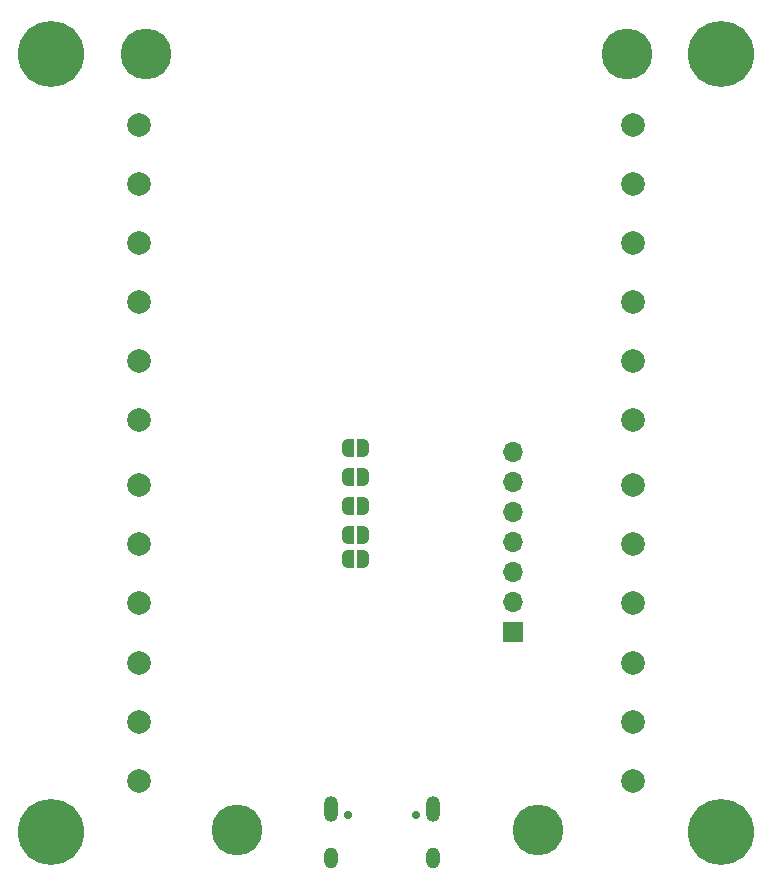
<source format=gbr>
%TF.GenerationSoftware,KiCad,Pcbnew,(6.0.6-0)*%
%TF.CreationDate,2022-09-10T13:43:16-07:00*%
%TF.ProjectId,GlowCore,476c6f77-436f-4726-952e-6b696361645f,rev?*%
%TF.SameCoordinates,Original*%
%TF.FileFunction,Soldermask,Bot*%
%TF.FilePolarity,Negative*%
%FSLAX46Y46*%
G04 Gerber Fmt 4.6, Leading zero omitted, Abs format (unit mm)*
G04 Created by KiCad (PCBNEW (6.0.6-0)) date 2022-09-10 13:43:16*
%MOMM*%
%LPD*%
G01*
G04 APERTURE LIST*
G04 Aperture macros list*
%AMFreePoly0*
4,1,22,0.500000,-0.750000,0.000000,-0.750000,0.000000,-0.745033,-0.079941,-0.743568,-0.215256,-0.701293,-0.333266,-0.622738,-0.424486,-0.514219,-0.481581,-0.384460,-0.499164,-0.250000,-0.500000,-0.250000,-0.500000,0.250000,-0.499164,0.250000,-0.499963,0.256109,-0.478152,0.396186,-0.417904,0.524511,-0.324060,0.630769,-0.204165,0.706417,-0.067858,0.745374,0.000000,0.744959,0.000000,0.750000,
0.500000,0.750000,0.500000,-0.750000,0.500000,-0.750000,$1*%
%AMFreePoly1*
4,1,20,0.000000,0.744959,0.073905,0.744508,0.209726,0.703889,0.328688,0.626782,0.421226,0.519385,0.479903,0.390333,0.500000,0.250000,0.500000,-0.250000,0.499851,-0.262216,0.476331,-0.402017,0.414519,-0.529596,0.319384,-0.634700,0.198574,-0.708877,0.061801,-0.746166,0.000000,-0.745033,0.000000,-0.750000,-0.500000,-0.750000,-0.500000,0.750000,0.000000,0.750000,0.000000,0.744959,
0.000000,0.744959,$1*%
G04 Aperture macros list end*
%ADD10C,2.000000*%
%ADD11C,4.300000*%
%ADD12C,5.600000*%
%ADD13C,0.700025*%
%ADD14O,1.200000X2.200000*%
%ADD15O,1.200000X1.800000*%
%ADD16R,1.700000X1.700000*%
%ADD17O,1.700000X1.700000*%
%ADD18FreePoly0,180.000000*%
%ADD19FreePoly1,180.000000*%
%ADD20FreePoly0,0.000000*%
%ADD21FreePoly1,0.000000*%
G04 APERTURE END LIST*
D10*
%TO.C,P2*%
X123750451Y-104450000D03*
X123750451Y-109451270D03*
X123750451Y-114450000D03*
X123750451Y-119451270D03*
X123750451Y-124450000D03*
X123750451Y-129451270D03*
%TD*%
D11*
%TO.C,U30*%
X157460000Y-133640000D03*
%TD*%
D12*
%TO.C,H4*%
X116300000Y-133761200D03*
%TD*%
D11*
%TO.C,U33*%
X131969970Y-133640000D03*
%TD*%
D10*
%TO.C,P1*%
X123750451Y-73900000D03*
X123750451Y-78901270D03*
X123750451Y-83900000D03*
X123750451Y-88901270D03*
X123750451Y-93900000D03*
X123750451Y-98901270D03*
%TD*%
D12*
%TO.C,H2*%
X172987800Y-67900000D03*
%TD*%
%TO.C,H1*%
X116300000Y-67947460D03*
%TD*%
D11*
%TO.C,U1*%
X124279970Y-67950000D03*
%TD*%
D13*
%TO.C,USB1*%
X147160018Y-132332535D03*
X141379982Y-132332535D03*
D14*
X139949959Y-131832408D03*
X148590041Y-131832408D03*
D15*
X148590041Y-136012494D03*
X139949959Y-136012494D03*
%TD*%
D10*
%TO.C,P4*%
X165555549Y-98900000D03*
X165555549Y-93898730D03*
X165555549Y-88900000D03*
X165555549Y-83898730D03*
X165555549Y-78900000D03*
X165555549Y-73898730D03*
%TD*%
D12*
%TO.C,H3*%
X172987800Y-133761200D03*
%TD*%
D11*
%TO.C,U2*%
X164997770Y-67902540D03*
%TD*%
D16*
%TO.C,J1*%
X155346400Y-116890800D03*
D17*
X155346400Y-114350800D03*
X155346400Y-111810800D03*
X155346400Y-109270800D03*
X155346400Y-106730800D03*
X155346400Y-104190800D03*
X155346400Y-101650800D03*
%TD*%
D10*
%TO.C,P3*%
X165555549Y-129450000D03*
X165555549Y-124448730D03*
X165555549Y-119450000D03*
X165555549Y-114448730D03*
X165555549Y-109450000D03*
X165555549Y-104448730D03*
%TD*%
D18*
%TO.C,JP1*%
X142686800Y-103733600D03*
D19*
X141386800Y-103733600D03*
%TD*%
D20*
%TO.C,JP5*%
X141386800Y-101295200D03*
D21*
X142686800Y-101295200D03*
%TD*%
D18*
%TO.C,JP4*%
X142676400Y-106172000D03*
D19*
X141376400Y-106172000D03*
%TD*%
D18*
%TO.C,JP3*%
X142676400Y-110642400D03*
D19*
X141376400Y-110642400D03*
%TD*%
D18*
%TO.C,JP2*%
X142676400Y-108610400D03*
D19*
X141376400Y-108610400D03*
%TD*%
M02*

</source>
